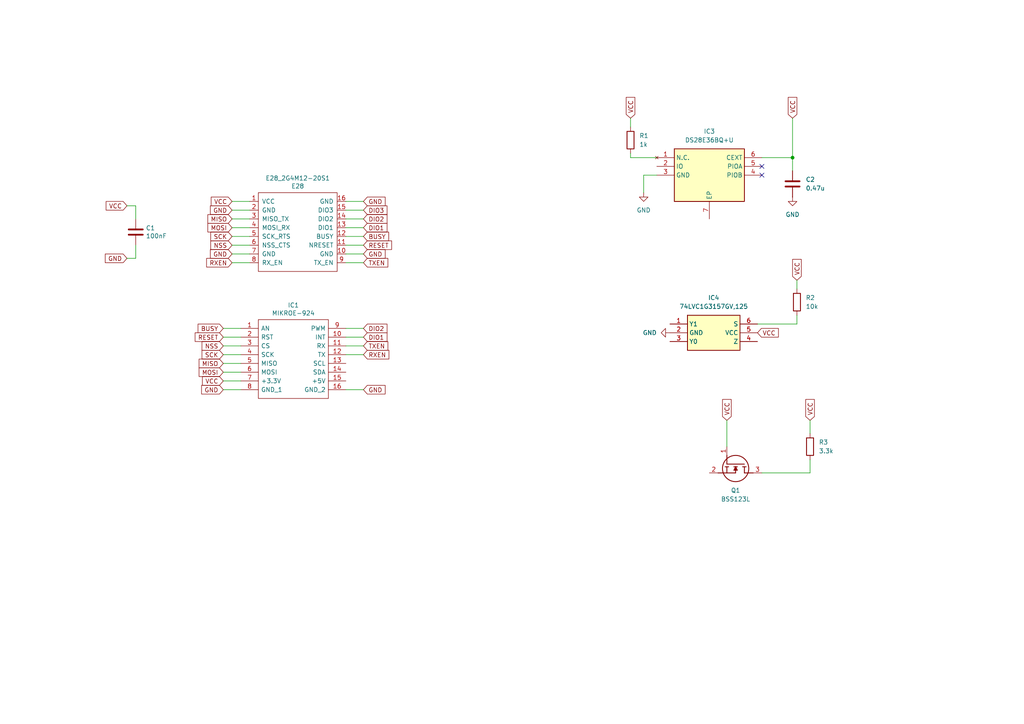
<source format=kicad_sch>
(kicad_sch (version 20231120) (generator "eeschema") (generator_version "8.0")
  (paper "A4")
  (lib_symbols
    (symbol "74LVC1G3157GV_125:74LVC1G3157GV,125"
      (property "Reference" "IC" (at 21.59 7.62 0))
      (property "Value" "74LVC1G3157GV,125" (at 21.59 5.08 0))
      (symbol "74LVC1G3157GV,125_1_1"
        (rectangle (start 5.08 2.54) (end 20.32 -7.62) (stroke (width 0.254)) (fill (type background)))
        (pin passive line (at 0 0 0) (length 5.08) (name "Y1") (number "1"))
        (pin passive line (at 0 -2.54 0) (length 5.08) (name "GND") (number "2"))
        (pin passive line (at 0 -5.08 0) (length 5.08) (name "Y0") (number "3"))
        (pin passive line (at 25.4 -5.08 180) (length 5.08) (name "Z") (number "4"))
        (pin passive line (at 25.4 -2.54 180) (length 5.08) (name "VCC") (number "5"))
        (pin passive line (at 25.4 0 180) (length 5.08) (name "S") (number "6"))
      )
    )
    (symbol "BSS123L:BSS123L" (pin_names hide)
      (property "Reference" "Q" (at 11.43 3.81 0))
      (property "Value" "BSS123L" (at 11.43 1.27 0))
      (symbol "BSS123L_1_1"
        (polyline (pts (xy 2.54 0) (xy 5.08 0)) (stroke (width 0.254)))
        (polyline (pts (xy 5.08 5.08) (xy 5.08 0)) (stroke (width 0.254)))
        (polyline (pts (xy 5.842 -0.508) (xy 5.842 0.508)) (stroke (width 0.254)))
        (polyline (pts (xy 5.842 0) (xy 7.62 0)) (stroke (width 0.254)))
        (polyline (pts (xy 5.842 2.032) (xy 5.842 3.048)) (stroke (width 0.254)))
        (polyline (pts (xy 5.842 5.588) (xy 5.842 4.572)) (stroke (width 0.254)))
        (polyline (pts (xy 7.62 2.54) (xy 5.842 2.54)) (stroke (width 0.254)))
        (polyline (pts (xy 7.62 2.54) (xy 7.62 -2.54)) (stroke (width 0.254)))
        (polyline (pts (xy 7.62 5.08) (xy 5.842 5.08)) (stroke (width 0.254)))
        (polyline (pts (xy 7.62 5.08) (xy 7.62 7.62)) (stroke (width 0.254)))
        (polyline (pts (xy 5.842 2.54) (xy 6.858 3.048) (xy 6.858 2.032) (xy 5.842 2.54)) (stroke (width 0.254)) (fill (type outline)))
        (circle (center 6.35 2.54) (radius 3.81) (stroke (width 0.254)))
        (pin passive line (at 0 0 0) (length 2.54) (name "G") (number "1"))
        (pin passive line (at 7.62 -5.08 90) (length 2.54) (name "S") (number "2"))
        (pin passive line (at 7.62 10.16 270) (length 2.54) (name "D") (number "3"))
      )
    )
    (symbol "DS28E36BQ+U:DS28E36BQ+U"
      (property "Reference" "IC" (at 26.67 7.62 0))
      (property "Value" "DS28E36BQ+U" (at 26.67 5.08 0))
      (symbol "DS28E36BQ+U_1_1"
        (rectangle (start 5.08 2.54) (end 25.4 -12.7) (stroke (width 0.254)) (fill (type background)))
        (pin no_connect line (at 0 0 0) (length 5.08) (name "N.C.") (number "1"))
        (pin passive line (at 0 -2.54 0) (length 5.08) (name "IO") (number "2"))
        (pin passive line (at 0 -5.08 0) (length 5.08) (name "GND") (number "3"))
        (pin passive line (at 30.48 -5.08 180) (length 5.08) (name "PIOB") (number "4"))
        (pin passive line (at 30.48 -2.54 180) (length 5.08) (name "PIOA") (number "5"))
        (pin passive line (at 30.48 0 180) (length 5.08) (name "CEXT") (number "6"))
        (pin passive line (at 15.24 -17.78 90) (length 5.08) (name "EP") (number "7"))
      )
    )
    (symbol "Device:C" (pin_numbers hide) (pin_names (offset 0.254))
      (property "Reference" "C" (at 0.635 2.54 0))
      (property "Value" "C" (at 0.635 -2.54 0))
      (symbol "C_0_1"
        (polyline (pts (xy -2.032 -0.762) (xy 2.032 -0.762)) (stroke (width 0.508)))
        (polyline (pts (xy -2.032 0.762) (xy 2.032 0.762)) (stroke (width 0.508)))
      )
      (symbol "C_1_1"
        (pin passive line (at 0 3.81 270) (length 2.794) (name "~") (number "1"))
        (pin passive line (at 0 -3.81 90) (length 2.794) (name "~") (number "2"))
      )
    )
    (symbol "Device:R" (pin_numbers hide) (pin_names (offset 0))
      (property "Reference" "R" (at 2.032 0 90))
      (property "Value" "R" (at 0 0 90))
      (symbol "R_0_1"
        (rectangle (start -1.016 -2.54) (end 1.016 2.54) (stroke (width 0.254)))
      )
      (symbol "R_1_1"
        (pin passive line (at 0 3.81 270) (length 1.27) (name "~") (number "1"))
        (pin passive line (at 0 -3.81 90) (length 1.27) (name "~") (number "2"))
      )
    )
    (symbol "Lib_E28-2G4M12-20S:E28" (pin_names (offset 1.016))
      (property "Reference" "E28_2G4M12-20S" (at 2.54 -35.56 0))
      (property "Value" "E28" (at 0 -7.62 0))
      (symbol "E28_0_1"
        (rectangle (start -10.16 -10.16) (end 12.7 -33.02))
      )
      (symbol "E28_1_1"
        (pin input line (at -12.7 -12.7 0) (length 2.54) (name "VCC") (number "1"))
        (pin input line (at 15.24 -27.94 180) (length 2.54) (name "GND") (number "10"))
        (pin input line (at 15.24 -25.4 180) (length 2.54) (name "NRESET") (number "11"))
        (pin input line (at 15.24 -22.86 180) (length 2.54) (name "BUSY") (number "12"))
        (pin input line (at 15.24 -20.32 180) (length 2.54) (name "DIO1") (number "13"))
        (pin input line (at 15.24 -17.78 180) (length 2.54) (name "DIO2") (number "14"))
        (pin input line (at 15.24 -15.24 180) (length 2.54) (name "DIO3") (number "15"))
        (pin input line (at 15.24 -12.7 180) (length 2.54) (name "GND") (number "16"))
        (pin input line (at -12.7 -15.24 0) (length 2.54) (name "GND") (number "2"))
        (pin input line (at -12.7 -17.78 0) (length 2.54) (name "MISO_TX") (number "3"))
        (pin input line (at -12.7 -20.32 0) (length 2.54) (name "MOSI_RX") (number "4"))
        (pin input line (at -12.7 -22.86 0) (length 2.54) (name "SCK_RTS") (number "5"))
        (pin input line (at -12.7 -25.4 0) (length 2.54) (name "NSS_CTS") (number "6"))
        (pin input line (at -12.7 -27.94 0) (length 2.54) (name "GND") (number "7"))
        (pin input line (at -12.7 -30.48 0) (length 2.54) (name "RX_EN") (number "8"))
        (pin input line (at 15.24 -30.48 180) (length 2.54) (name "TX_EN") (number "9"))
      )
    )
    (symbol "MIKROE-924:MIKROE-924" (pin_names (offset 0.762))
      (property "Reference" "IC" (at 26.67 7.62 0))
      (property "Value" "MIKROE-924" (at 26.67 5.08 0))
      (symbol "MIKROE-924_0_0"
        (pin passive line (at 0 0 0) (length 5.08) (name "AN") (number "1"))
        (pin passive line (at 30.48 -2.54 180) (length 5.08) (name "INT") (number "10"))
        (pin passive line (at 30.48 -5.08 180) (length 5.08) (name "RX") (number "11"))
        (pin passive line (at 30.48 -7.62 180) (length 5.08) (name "TX") (number "12"))
        (pin passive line (at 30.48 -10.16 180) (length 5.08) (name "SCL") (number "13"))
        (pin passive line (at 30.48 -12.7 180) (length 5.08) (name "SDA") (number "14"))
        (pin passive line (at 30.48 -15.24 180) (length 5.08) (name "+5V") (number "15"))
        (pin passive line (at 30.48 -17.78 180) (length 5.08) (name "GND_2") (number "16"))
        (pin passive line (at 0 -2.54 0) (length 5.08) (name "RST") (number "2"))
        (pin passive line (at 0 -5.08 0) (length 5.08) (name "CS") (number "3"))
        (pin passive line (at 0 -7.62 0) (length 5.08) (name "SCK") (number "4"))
        (pin passive line (at 0 -10.16 0) (length 5.08) (name "MISO") (number "5"))
        (pin passive line (at 0 -12.7 0) (length 5.08) (name "MOSI") (number "6"))
        (pin passive line (at 0 -15.24 0) (length 5.08) (name "+3.3V") (number "7"))
        (pin passive line (at 0 -17.78 0) (length 5.08) (name "GND_1") (number "8"))
        (pin passive line (at 30.48 0 180) (length 5.08) (name "PWM") (number "9"))
      )
      (symbol "MIKROE-924_0_1"
        (polyline (pts (xy 5.08 2.54) (xy 25.4 2.54) (xy 25.4 -20.32) (xy 5.08 -20.32) (xy 5.08 2.54)) (stroke (width 0.1524)))
      )
    )
    (symbol "power:GND" (power) (pin_numbers hide) (pin_names (offset 0) hide)
      (property "Value" "GND" (at 0 -3.81 0))
      (symbol "GND_0_1"
        (polyline (pts (xy 0 0) (xy 0 -1.27) (xy 1.27 -1.27) (xy 0 -2.54) (xy -1.27 -1.27) (xy 0 -1.27)))
      )
      (symbol "GND_1_1"
        (pin power_in line (at 0 0 270) (length 0) (name "~") (number "1"))
      )
    )
  )
  (junction (at 229.87 45.72))
  (no_connect (at 220.98 50.8))
  (no_connect (at 220.98 48.26))
  (wire (pts (xy 100.33 73.66) (xy 105.41 73.66)))
  (wire (pts (xy 39.37 59.69) (xy 39.37 63.5)))
  (wire (pts (xy 210.82 121.92) (xy 210.82 129.54)))
  (wire (pts (xy 190.5 50.8) (xy 186.69 50.8)))
  (wire (pts (xy 234.95 133.35) (xy 234.95 137.16)))
  (wire (pts (xy 36.83 59.69) (xy 39.37 59.69)))
  (wire (pts (xy 105.41 71.12) (xy 100.33 71.12)))
  (wire (pts (xy 219.71 93.98) (xy 231.14 93.98)))
  (wire (pts (xy 105.41 113.03) (xy 100.33 113.03)))
  (wire (pts (xy 69.85 95.25) (xy 64.77 95.25)))
  (wire (pts (xy 100.33 63.5) (xy 105.41 63.5)))
  (wire (pts (xy 36.83 74.93) (xy 39.37 74.93)))
  (wire (pts (xy 67.31 68.58) (xy 72.39 68.58)))
  (wire (pts (xy 69.85 110.49) (xy 64.77 110.49)))
  (wire (pts (xy 105.41 60.96) (xy 100.33 60.96)))
  (wire (pts (xy 182.88 34.29) (xy 182.88 36.83)))
  (wire (pts (xy 100.33 58.42) (xy 105.41 58.42)))
  (wire (pts (xy 105.41 76.2) (xy 100.33 76.2)))
  (wire (pts (xy 220.98 137.16) (xy 234.95 137.16)))
  (wire (pts (xy 186.69 50.8) (xy 186.69 55.88)))
  (wire (pts (xy 105.41 95.25) (xy 100.33 95.25)))
  (wire (pts (xy 72.39 66.04) (xy 67.31 66.04)))
  (wire (pts (xy 229.87 34.29) (xy 229.87 45.72)))
  (wire (pts (xy 67.31 58.42) (xy 72.39 58.42)))
  (wire (pts (xy 220.98 45.72) (xy 229.87 45.72)))
  (wire (pts (xy 64.77 97.79) (xy 69.85 97.79)))
  (wire (pts (xy 69.85 100.33) (xy 64.77 100.33)))
  (wire (pts (xy 105.41 100.33) (xy 100.33 100.33)))
  (wire (pts (xy 231.14 81.28) (xy 231.14 83.82)))
  (wire (pts (xy 182.88 44.45) (xy 182.88 45.72)))
  (wire (pts (xy 39.37 74.93) (xy 39.37 71.12)))
  (wire (pts (xy 64.77 102.87) (xy 69.85 102.87)))
  (wire (pts (xy 105.41 66.04) (xy 100.33 66.04)))
  (wire (pts (xy 229.87 45.72) (xy 229.87 49.53)))
  (wire (pts (xy 100.33 97.79) (xy 105.41 97.79)))
  (wire (pts (xy 72.39 71.12) (xy 67.31 71.12)))
  (wire (pts (xy 100.33 102.87) (xy 105.41 102.87)))
  (wire (pts (xy 100.33 68.58) (xy 105.41 68.58)))
  (wire (pts (xy 67.31 73.66) (xy 72.39 73.66)))
  (wire (pts (xy 69.85 105.41) (xy 64.77 105.41)))
  (wire (pts (xy 190.5 45.72) (xy 182.88 45.72)))
  (wire (pts (xy 72.39 76.2) (xy 67.31 76.2)))
  (wire (pts (xy 64.77 107.95) (xy 69.85 107.95)))
  (wire (pts (xy 234.95 121.92) (xy 234.95 125.73)))
  (wire (pts (xy 72.39 60.96) (xy 67.31 60.96)))
  (wire (pts (xy 67.31 63.5) (xy 72.39 63.5)))
  (wire (pts (xy 64.77 113.03) (xy 69.85 113.03)))
  (wire (pts (xy 231.14 93.98) (xy 231.14 91.44)))
  (global_label "TXEN" (shape input) (at 105.41 100.33 0) (property "Intersheetrefs" "${INTERSHEET_REFS}" (effects (hide yes))))
  (global_label "SCK" (shape input) (at 67.31 68.58 180) (property "Intersheetrefs" "${INTERSHEET_REFS}" (effects (hide yes))))
  (global_label "MISO" (shape input) (at 67.31 63.5 180) (property "Intersheetrefs" "${INTERSHEET_REFS}" (effects (hide yes))))
  (global_label "GND" (shape input) (at 67.31 73.66 180) (property "Intersheetrefs" "${INTERSHEET_REFS}" (effects (hide yes))))
  (global_label "DIO1" (shape input) (at 105.41 66.04 0) (property "Intersheetrefs" "${INTERSHEET_REFS}" (effects (hide yes))))
  (global_label "VCC" (shape input) (at 64.77 110.49 180) (property "Intersheetrefs" "${INTERSHEET_REFS}" (effects (hide yes))))
  (global_label "GND" (shape input) (at 105.41 58.42 0) (property "Intersheetrefs" "${INTERSHEET_REFS}" (effects (hide yes))))
  (global_label "BUSY" (shape input) (at 105.41 68.58 0) (property "Intersheetrefs" "${INTERSHEET_REFS}" (effects (hide yes))))
  (global_label "VCC" (shape input) (at 36.83 59.69 180) (property "Intersheetrefs" "${INTERSHEET_REFS}" (effects (hide yes))))
  (global_label "DIO1" (shape input) (at 105.41 97.79 0) (property "Intersheetrefs" "${INTERSHEET_REFS}" (effects (hide yes))))
  (global_label "GND" (shape input) (at 105.41 113.03 0) (property "Intersheetrefs" "${INTERSHEET_REFS}" (effects (hide yes))))
  (global_label "TXEN" (shape input) (at 105.41 76.2 0) (property "Intersheetrefs" "${INTERSHEET_REFS}" (effects (hide yes))))
  (global_label "GND" (shape input) (at 36.83 74.93 180) (property "Intersheetrefs" "${INTERSHEET_REFS}" (effects (hide yes))))
  (global_label "VCC" (shape input) (at 182.88 34.29 90) (property "Intersheetrefs" "${INTERSHEET_REFS}" (effects (hide yes))))
  (global_label "MOSI" (shape input) (at 64.77 107.95 180) (property "Intersheetrefs" "${INTERSHEET_REFS}" (effects (hide yes))))
  (global_label "DIO2" (shape input) (at 105.41 95.25 0) (property "Intersheetrefs" "${INTERSHEET_REFS}" (effects (hide yes))))
  (global_label "RESET" (shape input) (at 64.77 97.79 180) (property "Intersheetrefs" "${INTERSHEET_REFS}" (effects (hide yes))))
  (global_label "GND" (shape input) (at 67.31 60.96 180) (property "Intersheetrefs" "${INTERSHEET_REFS}" (effects (hide yes))))
  (global_label "GND" (shape input) (at 64.77 113.03 180) (property "Intersheetrefs" "${INTERSHEET_REFS}" (effects (hide yes))))
  (global_label "RXEN" (shape input) (at 105.41 102.87 0) (property "Intersheetrefs" "${INTERSHEET_REFS}" (effects (hide yes))))
  (global_label "VCC" (shape input) (at 219.71 96.52 0) (property "Intersheetrefs" "${INTERSHEET_REFS}" (effects (hide yes))))
  (global_label "VCC" (shape input) (at 231.14 81.28 90) (property "Intersheetrefs" "${INTERSHEET_REFS}" (effects (hide yes))))
  (global_label "VCC" (shape input) (at 67.31 58.42 180) (property "Intersheetrefs" "${INTERSHEET_REFS}" (effects (hide yes))))
  (global_label "DIO3" (shape input) (at 105.41 60.96 0) (property "Intersheetrefs" "${INTERSHEET_REFS}" (effects (hide yes))))
  (global_label "NSS" (shape input) (at 67.31 71.12 180) (property "Intersheetrefs" "${INTERSHEET_REFS}" (effects (hide yes))))
  (global_label "BUSY" (shape input) (at 64.77 95.25 180) (property "Intersheetrefs" "${INTERSHEET_REFS}" (effects (hide yes))))
  (global_label "GND" (shape input) (at 105.41 73.66 0) (property "Intersheetrefs" "${INTERSHEET_REFS}" (effects (hide yes))))
  (global_label "VCC" (shape input) (at 234.95 121.92 90) (property "Intersheetrefs" "${INTERSHEET_REFS}" (effects (hide yes))))
  (global_label "DIO2" (shape input) (at 105.41 63.5 0) (property "Intersheetrefs" "${INTERSHEET_REFS}" (effects (hide yes))))
  (global_label "MOSI" (shape input) (at 67.31 66.04 180) (property "Intersheetrefs" "${INTERSHEET_REFS}" (effects (hide yes))))
  (global_label "VCC" (shape input) (at 210.82 121.92 90) (property "Intersheetrefs" "${INTERSHEET_REFS}" (effects (hide yes))))
  (global_label "NSS" (shape input) (at 64.77 100.33 180) (property "Intersheetrefs" "${INTERSHEET_REFS}" (effects (hide yes))))
  (global_label "SCK" (shape input) (at 64.77 102.87 180) (property "Intersheetrefs" "${INTERSHEET_REFS}" (effects (hide yes))))
  (global_label "MISO" (shape input) (at 64.77 105.41 180) (property "Intersheetrefs" "${INTERSHEET_REFS}" (effects (hide yes))))
  (global_label "RXEN" (shape input) (at 67.31 76.2 180) (property "Intersheetrefs" "${INTERSHEET_REFS}" (effects (hide yes))))
  (global_label "VCC" (shape input) (at 229.87 34.29 90) (property "Intersheetrefs" "${INTERSHEET_REFS}" (effects (hide yes))))
  (global_label "RESET" (shape input) (at 105.41 71.12 0) (property "Intersheetrefs" "${INTERSHEET_REFS}" (effects (hide yes))))
  (symbol (lib_id "Device:C") (at 39.37 67.31 0) (unit 1)
    (property "Reference" "C1" (at 42.291 66.1416 0) (effects (justify left)))
    (property "Value" "100nF" (at 42.291 68.453 0) (effects (justify left)))
    (property "Footprint" "Capacitor_SMD:C_0805_2012Metric_Pad1.18x1.45mm_HandSolder" (effects (hide yes)))
  )
  (symbol (lib_id "Lib_E28-2G4M12-20S:E28") (at 85.09 45.72 0) (unit 1)
    (property "Reference" "E28_2G4M12-20S1" (at 86.36 51.689 0))
    (property "Value" "E28" (at 86.36 54.0004 0))
    (property "Footprint" "LIB_E28-2G4M12-20S:E28-2G4M12-20S" (effects (hide yes)))
  )
  (symbol (lib_id "MIKROE-924:MIKROE-924") (at 69.85 95.25 0) (unit 1)
    (property "Reference" "IC1" (at 85.09 88.519 0))
    (property "Value" "MIKROE-924" (at 85.09 90.8304 0))
    (property "Footprint" "MIKROE-924:MIKROE924" (effects (hide yes)))
    (property "Datasheet" "https://www.mikroe.com/microsd-click" (effects (hide yes)))
    (property "Description" "microSD click mikroBUS" (effects (hide yes)))
    (property "Height" "5" (effects (hide yes)))
    (property "Manufacturer_Name" "MIKROELEKTRONIKA" (effects (hide yes)))
    (property "Manufacturer_Part_Number" "MIKROE-924" (effects (hide yes)))
    (property "Mouser Part Number" "932-MIKROE-924" (effects (hide yes)))
    (property "Mouser Price/Stock" "https://www.mouser.com/Search/Refine.aspx?Keyword=932-MIKROE-924" (effects (hide yes)))
  )
  (symbol (lib_id "74LVC1G3157GV_125:74LVC1G3157GV,125") (at 194.31 93.98 0) (unit 1)
    (property "Reference" "IC4" (at 207.01 86.36 0))
    (property "Value" "74LVC1G3157GV,125" (at 207.01 88.9 0))
    (property "Footprint" "SOP95P275X110-6N" (effects (hide yes)))
    (property "Datasheet" "https://www.mouser.in/datasheet/2/916/74LVC1G3157-1318329.pdf" (effects (hide yes)))
    (property "Description" "74LVC1G3157GV,125" (effects (hide yes)))
    (property "Height" "1.1" (effects (hide yes)))
    (property "Manufacturer_Name" "NXP" (effects (hide yes)))
    (property "Manufacturer_Part_Number" "74LVC1G3157GV,125" (effects (hide yes)))
  )
  (symbol (lib_id "power:GND") (at 186.69 55.88 0) (unit 1)
    (property "Reference" "#PWR02" (effects (hide yes)))
    (property "Value" "GND" (at 186.69 60.96 0))
    (property "Description" "Power symbol creates a global label with name \"GND\" , ground" (effects (hide yes)))
  )
  (symbol (lib_id "BSS123L:BSS123L") (at 210.82 129.54 270) (unit 1)
    (property "Reference" "Q1" (at 213.36 142.24 90))
    (property "Value" "BSS123L" (at 213.36 144.78 90))
    (property "Footprint" "SOT96P237X111-3N" (effects (hide yes)))
    (property "Datasheet" "https://www.onsemi.com/pub/Collateral/BSS123LT1-D.PDF" (effects (hide yes)))
    (property "Description" "ON SEMICONDUCTOR - BSS123L - MOSFET, N-CHANNEL, 100V, 0.17A, SOT-23-3" (effects (hide yes)))
    (property "Height" "1.11" (effects (hide yes)))
    (property "Manufacturer_Name" "onsemi" (effects (hide yes)))
    (property "Manufacturer_Part_Number" "BSS123L" (effects (hide yes)))
    (property "Mouser Part Number" "512-BSS123L" (effects (hide yes)))
    (property "Mouser Price/Stock" "https://www.mouser.co.uk/ProductDetail/onsemi-Fairchild/BSS123L?qs=%2FI%252BPK5CN%2F4qcSp2xXPAq8A%3D%3D" (effects (hide yes)))
    (property "Arrow Part Number" "BSS123L" (effects (hide yes)))
    (property "Arrow Price/Stock" "https://www.arrow.com/en/products/bss123l/on-semiconductor?region=nac" (effects (hide yes)))
  )
  (symbol (lib_id "Device:C") (at 229.87 53.34 0) (unit 1)
    (property "Reference" "C2" (at 233.68 52.0699 0) (effects (justify left)))
    (property "Value" "0.47u" (at 233.68 54.6099 0) (effects (justify left)))
    (property "Description" "Unpolarized capacitor" (effects (hide yes)))
  )
  (symbol (lib_id "Device:R") (at 182.88 40.64 0) (unit 1)
    (property "Reference" "R1" (at 185.42 39.3699 0) (effects (justify left)))
    (property "Value" "1k" (at 185.42 41.9099 0) (effects (justify left)))
    (property "Description" "Resistor" (effects (hide yes)))
  )
  (symbol (lib_id "Device:R") (at 231.14 87.63 0) (unit 1)
    (property "Reference" "R2" (at 233.68 86.3599 0) (effects (justify left)))
    (property "Value" "10k" (at 233.68 88.8999 0) (effects (justify left)))
    (property "Description" "Resistor" (effects (hide yes)))
  )
  (symbol (lib_id "power:GND") (at 194.31 96.52 270) (unit 1)
    (property "Reference" "#PWR03" (effects (hide yes)))
    (property "Value" "GND" (at 190.5 96.5199 90) (effects (justify right)))
    (property "Description" "Power symbol creates a global label with name \"GND\" , ground" (effects (hide yes)))
  )
  (symbol (lib_id "power:GND") (at 229.87 57.15 0) (unit 1)
    (property "Reference" "#PWR01" (effects (hide yes)))
    (property "Value" "GND" (at 229.87 62.23 0))
    (property "Description" "Power symbol creates a global label with name \"GND\" , ground" (effects (hide yes)))
  )
  (symbol (lib_id "Device:R") (at 234.95 129.54 0) (unit 1)
    (property "Reference" "R3" (at 237.49 128.2699 0) (effects (justify left)))
    (property "Value" "3.3k" (at 237.49 130.8099 0) (effects (justify left)))
    (property "Description" "Resistor" (effects (hide yes)))
  )
  (symbol (lib_id "DS28E36BQ+U:DS28E36BQ+U") (at 190.5 45.72 0) (unit 1)
    (property "Reference" "IC3" (at 205.74 38.1 0))
    (property "Value" "DS28E36BQ+U" (at 205.74 40.64 0))
    (property "Footprint" "SON95P300X300X80-7N" (effects (hide yes)))
    (property "Datasheet" "https://www.analog.com/DS28E36/datasheet" (effects (hide yes)))
    (property "Description" "DeepCover Secure Authenticator" (effects (hide yes)))
    (property "Height" "0.8" (effects (hide yes)))
    (property "Manufacturer_Name" "Analog Devices" (effects (hide yes)))
    (property "Manufacturer_Part_Number" "DS28E36BQ+U" (effects (hide yes)))
    (property "Mouser Part Number" "700-DS28E36BQ+U" (effects (hide yes)))
    (property "Mouser Price/Stock" "https://www.mouser.co.uk/ProductDetail/Maxim-Integrated/DS28E36BQ%2bU?qs=vLWxofP3U2xqkxEncXmKPw%3D%3D" (effects (hide yes)))
  )
)
</source>
